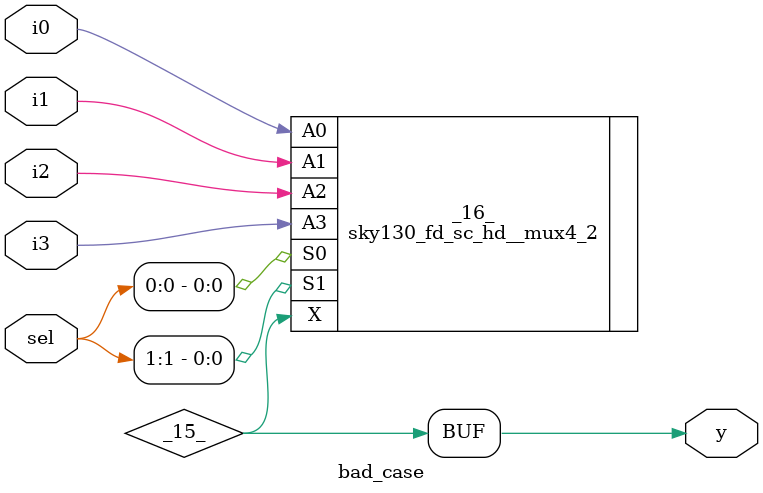
<source format=v>
/* Generated by Yosys 0.47+121 (git sha1 98b4affc4, g++ 13.2.0-23ubuntu4 -fPIC -O3) */

module bad_case(i0, i1, i2, i3, sel, y);
  wire _00_;
  wire _01_;
  wire _02_;
  wire _03_;
  wire _04_;
  wire _05_;
  wire _06_;
  wire _07_;
  wire _08_;
  wire _09_;
  wire _10_;
  wire _11_;
  wire _12_;
  wire _13_;
  wire _14_;
  wire _15_;
  input i0;
  wire i0;
  input i1;
  wire i1;
  input i2;
  wire i2;
  input i3;
  wire i3;
  input [1:0] sel;
  wire [1:0] sel;
  output y;
  wire y;
  sky130_fd_sc_hd__mux4_2 _16_ (
    .A0(_09_),
    .A1(_10_),
    .A2(_11_),
    .A3(_12_),
    .S0(_13_),
    .S1(_14_),
    .X(_15_)
  );
  assign _13_ = sel[0];
  assign _14_ = sel[1];
  assign _11_ = i2;
  assign _10_ = i1;
  assign _09_ = i0;
  assign _12_ = i3;
  assign y = _15_;
endmodule

</source>
